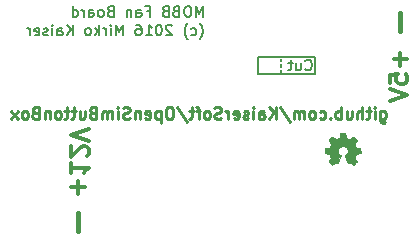
<source format=gbr>
G04 #@! TF.FileFunction,Legend,Bot*
%FSLAX46Y46*%
G04 Gerber Fmt 4.6, Leading zero omitted, Abs format (unit mm)*
G04 Created by KiCad (PCBNEW 4.0.4-stable) date 03/11/17 00:41:46*
%MOMM*%
%LPD*%
G01*
G04 APERTURE LIST*
%ADD10C,0.100000*%
%ADD11C,0.300000*%
%ADD12C,0.400000*%
%ADD13C,0.200000*%
%ADD14C,0.250000*%
%ADD15C,0.002540*%
G04 APERTURE END LIST*
D10*
D11*
X190642857Y-137917856D02*
X190642857Y-136774999D01*
X190071429Y-137346428D02*
X191214286Y-137346428D01*
X190071429Y-135274999D02*
X190071429Y-136132142D01*
X190071429Y-135703570D02*
X191571429Y-135703570D01*
X191357143Y-135846427D01*
X191214286Y-135989285D01*
X191142857Y-136132142D01*
X191428571Y-134703571D02*
X191500000Y-134632142D01*
X191571429Y-134489285D01*
X191571429Y-134132142D01*
X191500000Y-133989285D01*
X191428571Y-133917856D01*
X191285714Y-133846428D01*
X191142857Y-133846428D01*
X190928571Y-133917856D01*
X190071429Y-134774999D01*
X190071429Y-133846428D01*
X191571429Y-133417857D02*
X190071429Y-132917857D01*
X191571429Y-132417857D01*
D12*
X190667857Y-139513095D02*
X190667857Y-141036905D01*
X217942857Y-122588095D02*
X217942857Y-124111905D01*
D11*
X217957143Y-125946429D02*
X217957143Y-127089286D01*
X218528571Y-126517857D02*
X217385714Y-126517857D01*
X217028571Y-128517858D02*
X217028571Y-127803572D01*
X217742857Y-127732143D01*
X217671429Y-127803572D01*
X217600000Y-127946429D01*
X217600000Y-128303572D01*
X217671429Y-128446429D01*
X217742857Y-128517858D01*
X217885714Y-128589286D01*
X218242857Y-128589286D01*
X218385714Y-128517858D01*
X218457143Y-128446429D01*
X218528571Y-128303572D01*
X218528571Y-127946429D01*
X218457143Y-127803572D01*
X218385714Y-127732143D01*
X217028571Y-129017857D02*
X218528571Y-129517857D01*
X217028571Y-130017857D01*
D13*
X210700000Y-127725000D02*
X205900000Y-127725000D01*
X205900000Y-126300000D02*
X205900000Y-127725000D01*
X210700000Y-126300000D02*
X205900000Y-126300000D01*
X210700000Y-127725000D02*
X210700000Y-126300000D01*
X207850000Y-126650000D02*
X207850000Y-126450000D01*
X207850000Y-127125000D02*
X207850000Y-126925000D01*
X207850000Y-127575000D02*
X207850000Y-127375000D01*
X209885715Y-127346429D02*
X209928572Y-127389286D01*
X210057143Y-127432143D01*
X210142857Y-127432143D01*
X210271429Y-127389286D01*
X210357143Y-127303571D01*
X210400000Y-127217857D01*
X210442857Y-127046429D01*
X210442857Y-126917857D01*
X210400000Y-126746429D01*
X210357143Y-126660714D01*
X210271429Y-126575000D01*
X210142857Y-126532143D01*
X210057143Y-126532143D01*
X209928572Y-126575000D01*
X209885715Y-126617857D01*
X209114286Y-126832143D02*
X209114286Y-127432143D01*
X209500000Y-126832143D02*
X209500000Y-127303571D01*
X209457143Y-127389286D01*
X209371429Y-127432143D01*
X209242857Y-127432143D01*
X209157143Y-127389286D01*
X209114286Y-127346429D01*
X208814286Y-126832143D02*
X208471429Y-126832143D01*
X208685714Y-126532143D02*
X208685714Y-127303571D01*
X208642857Y-127389286D01*
X208557143Y-127432143D01*
X208471429Y-127432143D01*
D14*
X216257143Y-130885714D02*
X216257143Y-131695238D01*
X216304762Y-131790476D01*
X216352381Y-131838095D01*
X216447620Y-131885714D01*
X216590477Y-131885714D01*
X216685715Y-131838095D01*
X216257143Y-131504762D02*
X216352381Y-131552381D01*
X216542858Y-131552381D01*
X216638096Y-131504762D01*
X216685715Y-131457143D01*
X216733334Y-131361905D01*
X216733334Y-131076190D01*
X216685715Y-130980952D01*
X216638096Y-130933333D01*
X216542858Y-130885714D01*
X216352381Y-130885714D01*
X216257143Y-130933333D01*
X215780953Y-131552381D02*
X215780953Y-130885714D01*
X215780953Y-130552381D02*
X215828572Y-130600000D01*
X215780953Y-130647619D01*
X215733334Y-130600000D01*
X215780953Y-130552381D01*
X215780953Y-130647619D01*
X215447620Y-130885714D02*
X215066668Y-130885714D01*
X215304763Y-130552381D02*
X215304763Y-131409524D01*
X215257144Y-131504762D01*
X215161906Y-131552381D01*
X215066668Y-131552381D01*
X214733334Y-131552381D02*
X214733334Y-130552381D01*
X214304762Y-131552381D02*
X214304762Y-131028571D01*
X214352381Y-130933333D01*
X214447619Y-130885714D01*
X214590477Y-130885714D01*
X214685715Y-130933333D01*
X214733334Y-130980952D01*
X213400000Y-130885714D02*
X213400000Y-131552381D01*
X213828572Y-130885714D02*
X213828572Y-131409524D01*
X213780953Y-131504762D01*
X213685715Y-131552381D01*
X213542857Y-131552381D01*
X213447619Y-131504762D01*
X213400000Y-131457143D01*
X212923810Y-131552381D02*
X212923810Y-130552381D01*
X212923810Y-130933333D02*
X212828572Y-130885714D01*
X212638095Y-130885714D01*
X212542857Y-130933333D01*
X212495238Y-130980952D01*
X212447619Y-131076190D01*
X212447619Y-131361905D01*
X212495238Y-131457143D01*
X212542857Y-131504762D01*
X212638095Y-131552381D01*
X212828572Y-131552381D01*
X212923810Y-131504762D01*
X212019048Y-131457143D02*
X211971429Y-131504762D01*
X212019048Y-131552381D01*
X212066667Y-131504762D01*
X212019048Y-131457143D01*
X212019048Y-131552381D01*
X211114286Y-131504762D02*
X211209524Y-131552381D01*
X211400001Y-131552381D01*
X211495239Y-131504762D01*
X211542858Y-131457143D01*
X211590477Y-131361905D01*
X211590477Y-131076190D01*
X211542858Y-130980952D01*
X211495239Y-130933333D01*
X211400001Y-130885714D01*
X211209524Y-130885714D01*
X211114286Y-130933333D01*
X210542858Y-131552381D02*
X210638096Y-131504762D01*
X210685715Y-131457143D01*
X210733334Y-131361905D01*
X210733334Y-131076190D01*
X210685715Y-130980952D01*
X210638096Y-130933333D01*
X210542858Y-130885714D01*
X210400000Y-130885714D01*
X210304762Y-130933333D01*
X210257143Y-130980952D01*
X210209524Y-131076190D01*
X210209524Y-131361905D01*
X210257143Y-131457143D01*
X210304762Y-131504762D01*
X210400000Y-131552381D01*
X210542858Y-131552381D01*
X209780953Y-131552381D02*
X209780953Y-130885714D01*
X209780953Y-130980952D02*
X209733334Y-130933333D01*
X209638096Y-130885714D01*
X209495238Y-130885714D01*
X209400000Y-130933333D01*
X209352381Y-131028571D01*
X209352381Y-131552381D01*
X209352381Y-131028571D02*
X209304762Y-130933333D01*
X209209524Y-130885714D01*
X209066667Y-130885714D01*
X208971429Y-130933333D01*
X208923810Y-131028571D01*
X208923810Y-131552381D01*
X207733334Y-130504762D02*
X208590477Y-131790476D01*
X207400001Y-131552381D02*
X207400001Y-130552381D01*
X206828572Y-131552381D02*
X207257144Y-130980952D01*
X206828572Y-130552381D02*
X207400001Y-131123810D01*
X205971429Y-131552381D02*
X205971429Y-131028571D01*
X206019048Y-130933333D01*
X206114286Y-130885714D01*
X206304763Y-130885714D01*
X206400001Y-130933333D01*
X205971429Y-131504762D02*
X206066667Y-131552381D01*
X206304763Y-131552381D01*
X206400001Y-131504762D01*
X206447620Y-131409524D01*
X206447620Y-131314286D01*
X206400001Y-131219048D01*
X206304763Y-131171429D01*
X206066667Y-131171429D01*
X205971429Y-131123810D01*
X205495239Y-131552381D02*
X205495239Y-130885714D01*
X205495239Y-130552381D02*
X205542858Y-130600000D01*
X205495239Y-130647619D01*
X205447620Y-130600000D01*
X205495239Y-130552381D01*
X205495239Y-130647619D01*
X205066668Y-131504762D02*
X204971430Y-131552381D01*
X204780954Y-131552381D01*
X204685715Y-131504762D01*
X204638096Y-131409524D01*
X204638096Y-131361905D01*
X204685715Y-131266667D01*
X204780954Y-131219048D01*
X204923811Y-131219048D01*
X205019049Y-131171429D01*
X205066668Y-131076190D01*
X205066668Y-131028571D01*
X205019049Y-130933333D01*
X204923811Y-130885714D01*
X204780954Y-130885714D01*
X204685715Y-130933333D01*
X203828572Y-131504762D02*
X203923810Y-131552381D01*
X204114287Y-131552381D01*
X204209525Y-131504762D01*
X204257144Y-131409524D01*
X204257144Y-131028571D01*
X204209525Y-130933333D01*
X204114287Y-130885714D01*
X203923810Y-130885714D01*
X203828572Y-130933333D01*
X203780953Y-131028571D01*
X203780953Y-131123810D01*
X204257144Y-131219048D01*
X203352382Y-131552381D02*
X203352382Y-130885714D01*
X203352382Y-131076190D02*
X203304763Y-130980952D01*
X203257144Y-130933333D01*
X203161906Y-130885714D01*
X203066667Y-130885714D01*
X202780953Y-131504762D02*
X202638096Y-131552381D01*
X202400000Y-131552381D01*
X202304762Y-131504762D01*
X202257143Y-131457143D01*
X202209524Y-131361905D01*
X202209524Y-131266667D01*
X202257143Y-131171429D01*
X202304762Y-131123810D01*
X202400000Y-131076190D01*
X202590477Y-131028571D01*
X202685715Y-130980952D01*
X202733334Y-130933333D01*
X202780953Y-130838095D01*
X202780953Y-130742857D01*
X202733334Y-130647619D01*
X202685715Y-130600000D01*
X202590477Y-130552381D01*
X202352381Y-130552381D01*
X202209524Y-130600000D01*
X201638096Y-131552381D02*
X201733334Y-131504762D01*
X201780953Y-131457143D01*
X201828572Y-131361905D01*
X201828572Y-131076190D01*
X201780953Y-130980952D01*
X201733334Y-130933333D01*
X201638096Y-130885714D01*
X201495238Y-130885714D01*
X201400000Y-130933333D01*
X201352381Y-130980952D01*
X201304762Y-131076190D01*
X201304762Y-131361905D01*
X201352381Y-131457143D01*
X201400000Y-131504762D01*
X201495238Y-131552381D01*
X201638096Y-131552381D01*
X201019048Y-130885714D02*
X200638096Y-130885714D01*
X200876191Y-131552381D02*
X200876191Y-130695238D01*
X200828572Y-130600000D01*
X200733334Y-130552381D01*
X200638096Y-130552381D01*
X200447619Y-130885714D02*
X200066667Y-130885714D01*
X200304762Y-130552381D02*
X200304762Y-131409524D01*
X200257143Y-131504762D01*
X200161905Y-131552381D01*
X200066667Y-131552381D01*
X199019047Y-130504762D02*
X199876190Y-131790476D01*
X198495238Y-130552381D02*
X198304761Y-130552381D01*
X198209523Y-130600000D01*
X198114285Y-130695238D01*
X198066666Y-130885714D01*
X198066666Y-131219048D01*
X198114285Y-131409524D01*
X198209523Y-131504762D01*
X198304761Y-131552381D01*
X198495238Y-131552381D01*
X198590476Y-131504762D01*
X198685714Y-131409524D01*
X198733333Y-131219048D01*
X198733333Y-130885714D01*
X198685714Y-130695238D01*
X198590476Y-130600000D01*
X198495238Y-130552381D01*
X197638095Y-130885714D02*
X197638095Y-131885714D01*
X197638095Y-130933333D02*
X197542857Y-130885714D01*
X197352380Y-130885714D01*
X197257142Y-130933333D01*
X197209523Y-130980952D01*
X197161904Y-131076190D01*
X197161904Y-131361905D01*
X197209523Y-131457143D01*
X197257142Y-131504762D01*
X197352380Y-131552381D01*
X197542857Y-131552381D01*
X197638095Y-131504762D01*
X196352380Y-131504762D02*
X196447618Y-131552381D01*
X196638095Y-131552381D01*
X196733333Y-131504762D01*
X196780952Y-131409524D01*
X196780952Y-131028571D01*
X196733333Y-130933333D01*
X196638095Y-130885714D01*
X196447618Y-130885714D01*
X196352380Y-130933333D01*
X196304761Y-131028571D01*
X196304761Y-131123810D01*
X196780952Y-131219048D01*
X195876190Y-130885714D02*
X195876190Y-131552381D01*
X195876190Y-130980952D02*
X195828571Y-130933333D01*
X195733333Y-130885714D01*
X195590475Y-130885714D01*
X195495237Y-130933333D01*
X195447618Y-131028571D01*
X195447618Y-131552381D01*
X195019047Y-131504762D02*
X194876190Y-131552381D01*
X194638094Y-131552381D01*
X194542856Y-131504762D01*
X194495237Y-131457143D01*
X194447618Y-131361905D01*
X194447618Y-131266667D01*
X194495237Y-131171429D01*
X194542856Y-131123810D01*
X194638094Y-131076190D01*
X194828571Y-131028571D01*
X194923809Y-130980952D01*
X194971428Y-130933333D01*
X195019047Y-130838095D01*
X195019047Y-130742857D01*
X194971428Y-130647619D01*
X194923809Y-130600000D01*
X194828571Y-130552381D01*
X194590475Y-130552381D01*
X194447618Y-130600000D01*
X194019047Y-131552381D02*
X194019047Y-130885714D01*
X194019047Y-130552381D02*
X194066666Y-130600000D01*
X194019047Y-130647619D01*
X193971428Y-130600000D01*
X194019047Y-130552381D01*
X194019047Y-130647619D01*
X193542857Y-131552381D02*
X193542857Y-130885714D01*
X193542857Y-130980952D02*
X193495238Y-130933333D01*
X193400000Y-130885714D01*
X193257142Y-130885714D01*
X193161904Y-130933333D01*
X193114285Y-131028571D01*
X193114285Y-131552381D01*
X193114285Y-131028571D02*
X193066666Y-130933333D01*
X192971428Y-130885714D01*
X192828571Y-130885714D01*
X192733333Y-130933333D01*
X192685714Y-131028571D01*
X192685714Y-131552381D01*
X191876190Y-131028571D02*
X191733333Y-131076190D01*
X191685714Y-131123810D01*
X191638095Y-131219048D01*
X191638095Y-131361905D01*
X191685714Y-131457143D01*
X191733333Y-131504762D01*
X191828571Y-131552381D01*
X192209524Y-131552381D01*
X192209524Y-130552381D01*
X191876190Y-130552381D01*
X191780952Y-130600000D01*
X191733333Y-130647619D01*
X191685714Y-130742857D01*
X191685714Y-130838095D01*
X191733333Y-130933333D01*
X191780952Y-130980952D01*
X191876190Y-131028571D01*
X192209524Y-131028571D01*
X190780952Y-130885714D02*
X190780952Y-131552381D01*
X191209524Y-130885714D02*
X191209524Y-131409524D01*
X191161905Y-131504762D01*
X191066667Y-131552381D01*
X190923809Y-131552381D01*
X190828571Y-131504762D01*
X190780952Y-131457143D01*
X190447619Y-130885714D02*
X190066667Y-130885714D01*
X190304762Y-130552381D02*
X190304762Y-131409524D01*
X190257143Y-131504762D01*
X190161905Y-131552381D01*
X190066667Y-131552381D01*
X189876190Y-130885714D02*
X189495238Y-130885714D01*
X189733333Y-130552381D02*
X189733333Y-131409524D01*
X189685714Y-131504762D01*
X189590476Y-131552381D01*
X189495238Y-131552381D01*
X189019047Y-131552381D02*
X189114285Y-131504762D01*
X189161904Y-131457143D01*
X189209523Y-131361905D01*
X189209523Y-131076190D01*
X189161904Y-130980952D01*
X189114285Y-130933333D01*
X189019047Y-130885714D01*
X188876189Y-130885714D01*
X188780951Y-130933333D01*
X188733332Y-130980952D01*
X188685713Y-131076190D01*
X188685713Y-131361905D01*
X188733332Y-131457143D01*
X188780951Y-131504762D01*
X188876189Y-131552381D01*
X189019047Y-131552381D01*
X188257142Y-130885714D02*
X188257142Y-131552381D01*
X188257142Y-130980952D02*
X188209523Y-130933333D01*
X188114285Y-130885714D01*
X187971427Y-130885714D01*
X187876189Y-130933333D01*
X187828570Y-131028571D01*
X187828570Y-131552381D01*
X187019046Y-131028571D02*
X186876189Y-131076190D01*
X186828570Y-131123810D01*
X186780951Y-131219048D01*
X186780951Y-131361905D01*
X186828570Y-131457143D01*
X186876189Y-131504762D01*
X186971427Y-131552381D01*
X187352380Y-131552381D01*
X187352380Y-130552381D01*
X187019046Y-130552381D01*
X186923808Y-130600000D01*
X186876189Y-130647619D01*
X186828570Y-130742857D01*
X186828570Y-130838095D01*
X186876189Y-130933333D01*
X186923808Y-130980952D01*
X187019046Y-131028571D01*
X187352380Y-131028571D01*
X186209523Y-131552381D02*
X186304761Y-131504762D01*
X186352380Y-131457143D01*
X186399999Y-131361905D01*
X186399999Y-131076190D01*
X186352380Y-130980952D01*
X186304761Y-130933333D01*
X186209523Y-130885714D01*
X186066665Y-130885714D01*
X185971427Y-130933333D01*
X185923808Y-130980952D01*
X185876189Y-131076190D01*
X185876189Y-131361905D01*
X185923808Y-131457143D01*
X185971427Y-131504762D01*
X186066665Y-131552381D01*
X186209523Y-131552381D01*
X185542856Y-131552381D02*
X185019046Y-130885714D01*
X185542856Y-130885714D02*
X185019046Y-131552381D01*
D13*
X201215714Y-122922143D02*
X201215714Y-122022143D01*
X200915714Y-122665000D01*
X200615714Y-122022143D01*
X200615714Y-122922143D01*
X200015715Y-122022143D02*
X199844286Y-122022143D01*
X199758572Y-122065000D01*
X199672858Y-122150714D01*
X199630000Y-122322143D01*
X199630000Y-122622143D01*
X199672858Y-122793571D01*
X199758572Y-122879286D01*
X199844286Y-122922143D01*
X200015715Y-122922143D01*
X200101429Y-122879286D01*
X200187143Y-122793571D01*
X200230000Y-122622143D01*
X200230000Y-122322143D01*
X200187143Y-122150714D01*
X200101429Y-122065000D01*
X200015715Y-122022143D01*
X198944286Y-122450714D02*
X198815715Y-122493571D01*
X198772858Y-122536429D01*
X198730001Y-122622143D01*
X198730001Y-122750714D01*
X198772858Y-122836429D01*
X198815715Y-122879286D01*
X198901429Y-122922143D01*
X199244286Y-122922143D01*
X199244286Y-122022143D01*
X198944286Y-122022143D01*
X198858572Y-122065000D01*
X198815715Y-122107857D01*
X198772858Y-122193571D01*
X198772858Y-122279286D01*
X198815715Y-122365000D01*
X198858572Y-122407857D01*
X198944286Y-122450714D01*
X199244286Y-122450714D01*
X198044286Y-122450714D02*
X197915715Y-122493571D01*
X197872858Y-122536429D01*
X197830001Y-122622143D01*
X197830001Y-122750714D01*
X197872858Y-122836429D01*
X197915715Y-122879286D01*
X198001429Y-122922143D01*
X198344286Y-122922143D01*
X198344286Y-122022143D01*
X198044286Y-122022143D01*
X197958572Y-122065000D01*
X197915715Y-122107857D01*
X197872858Y-122193571D01*
X197872858Y-122279286D01*
X197915715Y-122365000D01*
X197958572Y-122407857D01*
X198044286Y-122450714D01*
X198344286Y-122450714D01*
X196458572Y-122450714D02*
X196758572Y-122450714D01*
X196758572Y-122922143D02*
X196758572Y-122022143D01*
X196330001Y-122022143D01*
X195601429Y-122922143D02*
X195601429Y-122450714D01*
X195644286Y-122365000D01*
X195730000Y-122322143D01*
X195901429Y-122322143D01*
X195987143Y-122365000D01*
X195601429Y-122879286D02*
X195687143Y-122922143D01*
X195901429Y-122922143D01*
X195987143Y-122879286D01*
X196030000Y-122793571D01*
X196030000Y-122707857D01*
X195987143Y-122622143D01*
X195901429Y-122579286D01*
X195687143Y-122579286D01*
X195601429Y-122536429D01*
X195172857Y-122322143D02*
X195172857Y-122922143D01*
X195172857Y-122407857D02*
X195130000Y-122365000D01*
X195044286Y-122322143D01*
X194915714Y-122322143D01*
X194830000Y-122365000D01*
X194787143Y-122450714D01*
X194787143Y-122922143D01*
X193372857Y-122450714D02*
X193244286Y-122493571D01*
X193201429Y-122536429D01*
X193158572Y-122622143D01*
X193158572Y-122750714D01*
X193201429Y-122836429D01*
X193244286Y-122879286D01*
X193330000Y-122922143D01*
X193672857Y-122922143D01*
X193672857Y-122022143D01*
X193372857Y-122022143D01*
X193287143Y-122065000D01*
X193244286Y-122107857D01*
X193201429Y-122193571D01*
X193201429Y-122279286D01*
X193244286Y-122365000D01*
X193287143Y-122407857D01*
X193372857Y-122450714D01*
X193672857Y-122450714D01*
X192644286Y-122922143D02*
X192730000Y-122879286D01*
X192772857Y-122836429D01*
X192815714Y-122750714D01*
X192815714Y-122493571D01*
X192772857Y-122407857D01*
X192730000Y-122365000D01*
X192644286Y-122322143D01*
X192515714Y-122322143D01*
X192430000Y-122365000D01*
X192387143Y-122407857D01*
X192344286Y-122493571D01*
X192344286Y-122750714D01*
X192387143Y-122836429D01*
X192430000Y-122879286D01*
X192515714Y-122922143D01*
X192644286Y-122922143D01*
X191572857Y-122922143D02*
X191572857Y-122450714D01*
X191615714Y-122365000D01*
X191701428Y-122322143D01*
X191872857Y-122322143D01*
X191958571Y-122365000D01*
X191572857Y-122879286D02*
X191658571Y-122922143D01*
X191872857Y-122922143D01*
X191958571Y-122879286D01*
X192001428Y-122793571D01*
X192001428Y-122707857D01*
X191958571Y-122622143D01*
X191872857Y-122579286D01*
X191658571Y-122579286D01*
X191572857Y-122536429D01*
X191144285Y-122922143D02*
X191144285Y-122322143D01*
X191144285Y-122493571D02*
X191101428Y-122407857D01*
X191058571Y-122365000D01*
X190972857Y-122322143D01*
X190887142Y-122322143D01*
X190201428Y-122922143D02*
X190201428Y-122022143D01*
X190201428Y-122879286D02*
X190287142Y-122922143D01*
X190458571Y-122922143D01*
X190544285Y-122879286D01*
X190587142Y-122836429D01*
X190629999Y-122750714D01*
X190629999Y-122493571D01*
X190587142Y-122407857D01*
X190544285Y-122365000D01*
X190458571Y-122322143D01*
X190287142Y-122322143D01*
X190201428Y-122365000D01*
X200958571Y-124815000D02*
X201001429Y-124772143D01*
X201087143Y-124643571D01*
X201130000Y-124557857D01*
X201172857Y-124429286D01*
X201215714Y-124215000D01*
X201215714Y-124043571D01*
X201172857Y-123829286D01*
X201130000Y-123700714D01*
X201087143Y-123615000D01*
X201001429Y-123486429D01*
X200958571Y-123443571D01*
X200230000Y-124429286D02*
X200315714Y-124472143D01*
X200487143Y-124472143D01*
X200572857Y-124429286D01*
X200615714Y-124386429D01*
X200658571Y-124300714D01*
X200658571Y-124043571D01*
X200615714Y-123957857D01*
X200572857Y-123915000D01*
X200487143Y-123872143D01*
X200315714Y-123872143D01*
X200230000Y-123915000D01*
X199930000Y-124815000D02*
X199887142Y-124772143D01*
X199801428Y-124643571D01*
X199758571Y-124557857D01*
X199715714Y-124429286D01*
X199672857Y-124215000D01*
X199672857Y-124043571D01*
X199715714Y-123829286D01*
X199758571Y-123700714D01*
X199801428Y-123615000D01*
X199887142Y-123486429D01*
X199930000Y-123443571D01*
X198601428Y-123657857D02*
X198558571Y-123615000D01*
X198472857Y-123572143D01*
X198258571Y-123572143D01*
X198172857Y-123615000D01*
X198130000Y-123657857D01*
X198087143Y-123743571D01*
X198087143Y-123829286D01*
X198130000Y-123957857D01*
X198644286Y-124472143D01*
X198087143Y-124472143D01*
X197530000Y-123572143D02*
X197444285Y-123572143D01*
X197358571Y-123615000D01*
X197315714Y-123657857D01*
X197272857Y-123743571D01*
X197230000Y-123915000D01*
X197230000Y-124129286D01*
X197272857Y-124300714D01*
X197315714Y-124386429D01*
X197358571Y-124429286D01*
X197444285Y-124472143D01*
X197530000Y-124472143D01*
X197615714Y-124429286D01*
X197658571Y-124386429D01*
X197701428Y-124300714D01*
X197744285Y-124129286D01*
X197744285Y-123915000D01*
X197701428Y-123743571D01*
X197658571Y-123657857D01*
X197615714Y-123615000D01*
X197530000Y-123572143D01*
X196372857Y-124472143D02*
X196887142Y-124472143D01*
X196630000Y-124472143D02*
X196630000Y-123572143D01*
X196715714Y-123700714D01*
X196801428Y-123786429D01*
X196887142Y-123829286D01*
X195601428Y-123572143D02*
X195772857Y-123572143D01*
X195858571Y-123615000D01*
X195901428Y-123657857D01*
X195987142Y-123786429D01*
X196029999Y-123957857D01*
X196029999Y-124300714D01*
X195987142Y-124386429D01*
X195944285Y-124429286D01*
X195858571Y-124472143D01*
X195687142Y-124472143D01*
X195601428Y-124429286D01*
X195558571Y-124386429D01*
X195515714Y-124300714D01*
X195515714Y-124086429D01*
X195558571Y-124000714D01*
X195601428Y-123957857D01*
X195687142Y-123915000D01*
X195858571Y-123915000D01*
X195944285Y-123957857D01*
X195987142Y-124000714D01*
X196029999Y-124086429D01*
X194444285Y-124472143D02*
X194444285Y-123572143D01*
X194144285Y-124215000D01*
X193844285Y-123572143D01*
X193844285Y-124472143D01*
X193415714Y-124472143D02*
X193415714Y-123872143D01*
X193415714Y-123572143D02*
X193458571Y-123615000D01*
X193415714Y-123657857D01*
X193372857Y-123615000D01*
X193415714Y-123572143D01*
X193415714Y-123657857D01*
X192987143Y-124472143D02*
X192987143Y-123872143D01*
X192987143Y-124043571D02*
X192944286Y-123957857D01*
X192901429Y-123915000D01*
X192815715Y-123872143D01*
X192730000Y-123872143D01*
X192430000Y-124472143D02*
X192430000Y-123572143D01*
X192344286Y-124129286D02*
X192087143Y-124472143D01*
X192087143Y-123872143D02*
X192430000Y-124215000D01*
X191572858Y-124472143D02*
X191658572Y-124429286D01*
X191701429Y-124386429D01*
X191744286Y-124300714D01*
X191744286Y-124043571D01*
X191701429Y-123957857D01*
X191658572Y-123915000D01*
X191572858Y-123872143D01*
X191444286Y-123872143D01*
X191358572Y-123915000D01*
X191315715Y-123957857D01*
X191272858Y-124043571D01*
X191272858Y-124300714D01*
X191315715Y-124386429D01*
X191358572Y-124429286D01*
X191444286Y-124472143D01*
X191572858Y-124472143D01*
X190201429Y-124472143D02*
X190201429Y-123572143D01*
X189687144Y-124472143D02*
X190072858Y-123957857D01*
X189687144Y-123572143D02*
X190201429Y-124086429D01*
X188915715Y-124472143D02*
X188915715Y-124000714D01*
X188958572Y-123915000D01*
X189044286Y-123872143D01*
X189215715Y-123872143D01*
X189301429Y-123915000D01*
X188915715Y-124429286D02*
X189001429Y-124472143D01*
X189215715Y-124472143D01*
X189301429Y-124429286D01*
X189344286Y-124343571D01*
X189344286Y-124257857D01*
X189301429Y-124172143D01*
X189215715Y-124129286D01*
X189001429Y-124129286D01*
X188915715Y-124086429D01*
X188487143Y-124472143D02*
X188487143Y-123872143D01*
X188487143Y-123572143D02*
X188530000Y-123615000D01*
X188487143Y-123657857D01*
X188444286Y-123615000D01*
X188487143Y-123572143D01*
X188487143Y-123657857D01*
X188101429Y-124429286D02*
X188015715Y-124472143D01*
X187844287Y-124472143D01*
X187758572Y-124429286D01*
X187715715Y-124343571D01*
X187715715Y-124300714D01*
X187758572Y-124215000D01*
X187844287Y-124172143D01*
X187972858Y-124172143D01*
X188058572Y-124129286D01*
X188101429Y-124043571D01*
X188101429Y-124000714D01*
X188058572Y-123915000D01*
X187972858Y-123872143D01*
X187844287Y-123872143D01*
X187758572Y-123915000D01*
X186987144Y-124429286D02*
X187072858Y-124472143D01*
X187244287Y-124472143D01*
X187330001Y-124429286D01*
X187372858Y-124343571D01*
X187372858Y-124000714D01*
X187330001Y-123915000D01*
X187244287Y-123872143D01*
X187072858Y-123872143D01*
X186987144Y-123915000D01*
X186944287Y-124000714D01*
X186944287Y-124086429D01*
X187372858Y-124172143D01*
X186558572Y-124472143D02*
X186558572Y-123872143D01*
X186558572Y-124043571D02*
X186515715Y-123957857D01*
X186472858Y-123915000D01*
X186387144Y-123872143D01*
X186301429Y-123872143D01*
D15*
G36*
X213984320Y-135446200D02*
X213966540Y-135438580D01*
X213933520Y-135415720D01*
X213882720Y-135382700D01*
X213824300Y-135344600D01*
X213763340Y-135303960D01*
X213715080Y-135270940D01*
X213679520Y-135248080D01*
X213666820Y-135240460D01*
X213659200Y-135243000D01*
X213631260Y-135258240D01*
X213590620Y-135278560D01*
X213565220Y-135291260D01*
X213527120Y-135306500D01*
X213509340Y-135311580D01*
X213506800Y-135306500D01*
X213491560Y-135276020D01*
X213471240Y-135227760D01*
X213443300Y-135161720D01*
X213410280Y-135085520D01*
X213374720Y-135004240D01*
X213341700Y-134920420D01*
X213308680Y-134841680D01*
X213278200Y-134768020D01*
X213255340Y-134709600D01*
X213240100Y-134668960D01*
X213232480Y-134651180D01*
X213235020Y-134648640D01*
X213252800Y-134630860D01*
X213285820Y-134605460D01*
X213356940Y-134547040D01*
X213428060Y-134460680D01*
X213471240Y-134361620D01*
X213483940Y-134249860D01*
X213473780Y-134148260D01*
X213433140Y-134051740D01*
X213364560Y-133962840D01*
X213280740Y-133896800D01*
X213184220Y-133856160D01*
X213075000Y-133843460D01*
X212970860Y-133853620D01*
X212871800Y-133894260D01*
X212782900Y-133960300D01*
X212744800Y-134003480D01*
X212694000Y-134094920D01*
X212663520Y-134188900D01*
X212660980Y-134211760D01*
X212666060Y-134318440D01*
X212696540Y-134420040D01*
X212752420Y-134508940D01*
X212828620Y-134582600D01*
X212838780Y-134590220D01*
X212874340Y-134618160D01*
X212899740Y-134635940D01*
X212917520Y-134651180D01*
X212782900Y-134973760D01*
X212762580Y-135024560D01*
X212724480Y-135113460D01*
X212694000Y-135189660D01*
X212666060Y-135250620D01*
X212648280Y-135291260D01*
X212640660Y-135306500D01*
X212640660Y-135306500D01*
X212627960Y-135309040D01*
X212605100Y-135301420D01*
X212559380Y-135278560D01*
X212528900Y-135263320D01*
X212495880Y-135248080D01*
X212480640Y-135240460D01*
X212465400Y-135248080D01*
X212432380Y-135268400D01*
X212386660Y-135301420D01*
X212328240Y-135339520D01*
X212272360Y-135377620D01*
X212221560Y-135410640D01*
X212186000Y-135436040D01*
X212168220Y-135443660D01*
X212165680Y-135443660D01*
X212147900Y-135436040D01*
X212119960Y-135410640D01*
X212076780Y-135370000D01*
X212013280Y-135309040D01*
X212003120Y-135298880D01*
X211952320Y-135248080D01*
X211911680Y-135202360D01*
X211883740Y-135171880D01*
X211873580Y-135159180D01*
X211873580Y-135159180D01*
X211883740Y-135141400D01*
X211906600Y-135103300D01*
X211939620Y-135052500D01*
X211980260Y-134991540D01*
X212086940Y-134836600D01*
X212028520Y-134691820D01*
X212010740Y-134646100D01*
X211987880Y-134590220D01*
X211970100Y-134552120D01*
X211962480Y-134534340D01*
X211944700Y-134529260D01*
X211906600Y-134519100D01*
X211848180Y-134508940D01*
X211777060Y-134496240D01*
X211711020Y-134483540D01*
X211652600Y-134470840D01*
X211609420Y-134463220D01*
X211589100Y-134460680D01*
X211584020Y-134455600D01*
X211581480Y-134447980D01*
X211578940Y-134427660D01*
X211576400Y-134389560D01*
X211576400Y-134333680D01*
X211576400Y-134249860D01*
X211576400Y-134242240D01*
X211576400Y-134163500D01*
X211578940Y-134100000D01*
X211581480Y-134061900D01*
X211584020Y-134044120D01*
X211584020Y-134044120D01*
X211601800Y-134039040D01*
X211644980Y-134031420D01*
X211703400Y-134018720D01*
X211774520Y-134006020D01*
X211779600Y-134006020D01*
X211850720Y-133990780D01*
X211909140Y-133978080D01*
X211952320Y-133970460D01*
X211970100Y-133962840D01*
X211972640Y-133957760D01*
X211987880Y-133929820D01*
X212008200Y-133886640D01*
X212031060Y-133833300D01*
X212053920Y-133777420D01*
X212074240Y-133726620D01*
X212086940Y-133691060D01*
X212092020Y-133673280D01*
X212092020Y-133673280D01*
X212081860Y-133655500D01*
X212056460Y-133619940D01*
X212020900Y-133569140D01*
X211980260Y-133508180D01*
X211977720Y-133503100D01*
X211937080Y-133442140D01*
X211904060Y-133391340D01*
X211881200Y-133355780D01*
X211873580Y-133340540D01*
X211873580Y-133338000D01*
X211886280Y-133320220D01*
X211916760Y-133287200D01*
X211962480Y-133241480D01*
X212013280Y-133188140D01*
X212031060Y-133172900D01*
X212089480Y-133114480D01*
X212130120Y-133078920D01*
X212155520Y-133058600D01*
X212165680Y-133053520D01*
X212168220Y-133053520D01*
X212186000Y-133063680D01*
X212224100Y-133089080D01*
X212274900Y-133124640D01*
X212335860Y-133165280D01*
X212338400Y-133167820D01*
X212399360Y-133208460D01*
X212450160Y-133244020D01*
X212485720Y-133266880D01*
X212500960Y-133274500D01*
X212503500Y-133274500D01*
X212526360Y-133269420D01*
X212569540Y-133254180D01*
X212622880Y-133233860D01*
X212678760Y-133211000D01*
X212729560Y-133190680D01*
X212765120Y-133172900D01*
X212782900Y-133162740D01*
X212785440Y-133162740D01*
X212790520Y-133139880D01*
X212800680Y-133094160D01*
X212813380Y-133033200D01*
X212828620Y-132959540D01*
X212831160Y-132949380D01*
X212843860Y-132875720D01*
X212854020Y-132817300D01*
X212864180Y-132776660D01*
X212866720Y-132758880D01*
X212876880Y-132758880D01*
X212912440Y-132756340D01*
X212965780Y-132753800D01*
X213031820Y-132753800D01*
X213097860Y-132753800D01*
X213163900Y-132753800D01*
X213219780Y-132756340D01*
X213260420Y-132758880D01*
X213278200Y-132763960D01*
X213278200Y-132763960D01*
X213283280Y-132786820D01*
X213293440Y-132830000D01*
X213306140Y-132893500D01*
X213321380Y-132967160D01*
X213323920Y-132979860D01*
X213336620Y-133050980D01*
X213349320Y-133109400D01*
X213356940Y-133150040D01*
X213362020Y-133165280D01*
X213367100Y-133167820D01*
X213397580Y-133183060D01*
X213445840Y-133200840D01*
X213504260Y-133226240D01*
X213641420Y-133282120D01*
X213809060Y-133165280D01*
X213824300Y-133155120D01*
X213885260Y-133114480D01*
X213936060Y-133081460D01*
X213971620Y-133058600D01*
X213984320Y-133050980D01*
X213986860Y-133050980D01*
X214002100Y-133066220D01*
X214035120Y-133096700D01*
X214080840Y-133142420D01*
X214134180Y-133193220D01*
X214174820Y-133233860D01*
X214220540Y-133279580D01*
X214248480Y-133312600D01*
X214266260Y-133332920D01*
X214271340Y-133345620D01*
X214268800Y-133353240D01*
X214258640Y-133371020D01*
X214233240Y-133406580D01*
X214200220Y-133459920D01*
X214159580Y-133518340D01*
X214124020Y-133569140D01*
X214088460Y-133625020D01*
X214065600Y-133665660D01*
X214055440Y-133683440D01*
X214057980Y-133693600D01*
X214070680Y-133726620D01*
X214091000Y-133774880D01*
X214116400Y-133835840D01*
X214174820Y-133967920D01*
X214261180Y-133985700D01*
X214314520Y-133995860D01*
X214388180Y-134008560D01*
X214459300Y-134023800D01*
X214571060Y-134044120D01*
X214573600Y-134447980D01*
X214555820Y-134455600D01*
X214540580Y-134460680D01*
X214499940Y-134470840D01*
X214441520Y-134481000D01*
X214372940Y-134493700D01*
X214311980Y-134506400D01*
X214253560Y-134516560D01*
X214210380Y-134524180D01*
X214192600Y-134529260D01*
X214187520Y-134534340D01*
X214172280Y-134564820D01*
X214151960Y-134610540D01*
X214129100Y-134663880D01*
X214103700Y-134722300D01*
X214083380Y-134773100D01*
X214068140Y-134813740D01*
X214063060Y-134834060D01*
X214070680Y-134849300D01*
X214093540Y-134884860D01*
X214126560Y-134935660D01*
X214167200Y-134994080D01*
X214207840Y-135052500D01*
X214240860Y-135103300D01*
X214266260Y-135138860D01*
X214273880Y-135156640D01*
X214268800Y-135166800D01*
X214245940Y-135194740D01*
X214202760Y-135240460D01*
X214136720Y-135306500D01*
X214124020Y-135316660D01*
X214073220Y-135367460D01*
X214027500Y-135408100D01*
X213997020Y-135436040D01*
X213984320Y-135446200D01*
X213984320Y-135446200D01*
G37*
X213984320Y-135446200D02*
X213966540Y-135438580D01*
X213933520Y-135415720D01*
X213882720Y-135382700D01*
X213824300Y-135344600D01*
X213763340Y-135303960D01*
X213715080Y-135270940D01*
X213679520Y-135248080D01*
X213666820Y-135240460D01*
X213659200Y-135243000D01*
X213631260Y-135258240D01*
X213590620Y-135278560D01*
X213565220Y-135291260D01*
X213527120Y-135306500D01*
X213509340Y-135311580D01*
X213506800Y-135306500D01*
X213491560Y-135276020D01*
X213471240Y-135227760D01*
X213443300Y-135161720D01*
X213410280Y-135085520D01*
X213374720Y-135004240D01*
X213341700Y-134920420D01*
X213308680Y-134841680D01*
X213278200Y-134768020D01*
X213255340Y-134709600D01*
X213240100Y-134668960D01*
X213232480Y-134651180D01*
X213235020Y-134648640D01*
X213252800Y-134630860D01*
X213285820Y-134605460D01*
X213356940Y-134547040D01*
X213428060Y-134460680D01*
X213471240Y-134361620D01*
X213483940Y-134249860D01*
X213473780Y-134148260D01*
X213433140Y-134051740D01*
X213364560Y-133962840D01*
X213280740Y-133896800D01*
X213184220Y-133856160D01*
X213075000Y-133843460D01*
X212970860Y-133853620D01*
X212871800Y-133894260D01*
X212782900Y-133960300D01*
X212744800Y-134003480D01*
X212694000Y-134094920D01*
X212663520Y-134188900D01*
X212660980Y-134211760D01*
X212666060Y-134318440D01*
X212696540Y-134420040D01*
X212752420Y-134508940D01*
X212828620Y-134582600D01*
X212838780Y-134590220D01*
X212874340Y-134618160D01*
X212899740Y-134635940D01*
X212917520Y-134651180D01*
X212782900Y-134973760D01*
X212762580Y-135024560D01*
X212724480Y-135113460D01*
X212694000Y-135189660D01*
X212666060Y-135250620D01*
X212648280Y-135291260D01*
X212640660Y-135306500D01*
X212640660Y-135306500D01*
X212627960Y-135309040D01*
X212605100Y-135301420D01*
X212559380Y-135278560D01*
X212528900Y-135263320D01*
X212495880Y-135248080D01*
X212480640Y-135240460D01*
X212465400Y-135248080D01*
X212432380Y-135268400D01*
X212386660Y-135301420D01*
X212328240Y-135339520D01*
X212272360Y-135377620D01*
X212221560Y-135410640D01*
X212186000Y-135436040D01*
X212168220Y-135443660D01*
X212165680Y-135443660D01*
X212147900Y-135436040D01*
X212119960Y-135410640D01*
X212076780Y-135370000D01*
X212013280Y-135309040D01*
X212003120Y-135298880D01*
X211952320Y-135248080D01*
X211911680Y-135202360D01*
X211883740Y-135171880D01*
X211873580Y-135159180D01*
X211873580Y-135159180D01*
X211883740Y-135141400D01*
X211906600Y-135103300D01*
X211939620Y-135052500D01*
X211980260Y-134991540D01*
X212086940Y-134836600D01*
X212028520Y-134691820D01*
X212010740Y-134646100D01*
X211987880Y-134590220D01*
X211970100Y-134552120D01*
X211962480Y-134534340D01*
X211944700Y-134529260D01*
X211906600Y-134519100D01*
X211848180Y-134508940D01*
X211777060Y-134496240D01*
X211711020Y-134483540D01*
X211652600Y-134470840D01*
X211609420Y-134463220D01*
X211589100Y-134460680D01*
X211584020Y-134455600D01*
X211581480Y-134447980D01*
X211578940Y-134427660D01*
X211576400Y-134389560D01*
X211576400Y-134333680D01*
X211576400Y-134249860D01*
X211576400Y-134242240D01*
X211576400Y-134163500D01*
X211578940Y-134100000D01*
X211581480Y-134061900D01*
X211584020Y-134044120D01*
X211584020Y-134044120D01*
X211601800Y-134039040D01*
X211644980Y-134031420D01*
X211703400Y-134018720D01*
X211774520Y-134006020D01*
X211779600Y-134006020D01*
X211850720Y-133990780D01*
X211909140Y-133978080D01*
X211952320Y-133970460D01*
X211970100Y-133962840D01*
X211972640Y-133957760D01*
X211987880Y-133929820D01*
X212008200Y-133886640D01*
X212031060Y-133833300D01*
X212053920Y-133777420D01*
X212074240Y-133726620D01*
X212086940Y-133691060D01*
X212092020Y-133673280D01*
X212092020Y-133673280D01*
X212081860Y-133655500D01*
X212056460Y-133619940D01*
X212020900Y-133569140D01*
X211980260Y-133508180D01*
X211977720Y-133503100D01*
X211937080Y-133442140D01*
X211904060Y-133391340D01*
X211881200Y-133355780D01*
X211873580Y-133340540D01*
X211873580Y-133338000D01*
X211886280Y-133320220D01*
X211916760Y-133287200D01*
X211962480Y-133241480D01*
X212013280Y-133188140D01*
X212031060Y-133172900D01*
X212089480Y-133114480D01*
X212130120Y-133078920D01*
X212155520Y-133058600D01*
X212165680Y-133053520D01*
X212168220Y-133053520D01*
X212186000Y-133063680D01*
X212224100Y-133089080D01*
X212274900Y-133124640D01*
X212335860Y-133165280D01*
X212338400Y-133167820D01*
X212399360Y-133208460D01*
X212450160Y-133244020D01*
X212485720Y-133266880D01*
X212500960Y-133274500D01*
X212503500Y-133274500D01*
X212526360Y-133269420D01*
X212569540Y-133254180D01*
X212622880Y-133233860D01*
X212678760Y-133211000D01*
X212729560Y-133190680D01*
X212765120Y-133172900D01*
X212782900Y-133162740D01*
X212785440Y-133162740D01*
X212790520Y-133139880D01*
X212800680Y-133094160D01*
X212813380Y-133033200D01*
X212828620Y-132959540D01*
X212831160Y-132949380D01*
X212843860Y-132875720D01*
X212854020Y-132817300D01*
X212864180Y-132776660D01*
X212866720Y-132758880D01*
X212876880Y-132758880D01*
X212912440Y-132756340D01*
X212965780Y-132753800D01*
X213031820Y-132753800D01*
X213097860Y-132753800D01*
X213163900Y-132753800D01*
X213219780Y-132756340D01*
X213260420Y-132758880D01*
X213278200Y-132763960D01*
X213278200Y-132763960D01*
X213283280Y-132786820D01*
X213293440Y-132830000D01*
X213306140Y-132893500D01*
X213321380Y-132967160D01*
X213323920Y-132979860D01*
X213336620Y-133050980D01*
X213349320Y-133109400D01*
X213356940Y-133150040D01*
X213362020Y-133165280D01*
X213367100Y-133167820D01*
X213397580Y-133183060D01*
X213445840Y-133200840D01*
X213504260Y-133226240D01*
X213641420Y-133282120D01*
X213809060Y-133165280D01*
X213824300Y-133155120D01*
X213885260Y-133114480D01*
X213936060Y-133081460D01*
X213971620Y-133058600D01*
X213984320Y-133050980D01*
X213986860Y-133050980D01*
X214002100Y-133066220D01*
X214035120Y-133096700D01*
X214080840Y-133142420D01*
X214134180Y-133193220D01*
X214174820Y-133233860D01*
X214220540Y-133279580D01*
X214248480Y-133312600D01*
X214266260Y-133332920D01*
X214271340Y-133345620D01*
X214268800Y-133353240D01*
X214258640Y-133371020D01*
X214233240Y-133406580D01*
X214200220Y-133459920D01*
X214159580Y-133518340D01*
X214124020Y-133569140D01*
X214088460Y-133625020D01*
X214065600Y-133665660D01*
X214055440Y-133683440D01*
X214057980Y-133693600D01*
X214070680Y-133726620D01*
X214091000Y-133774880D01*
X214116400Y-133835840D01*
X214174820Y-133967920D01*
X214261180Y-133985700D01*
X214314520Y-133995860D01*
X214388180Y-134008560D01*
X214459300Y-134023800D01*
X214571060Y-134044120D01*
X214573600Y-134447980D01*
X214555820Y-134455600D01*
X214540580Y-134460680D01*
X214499940Y-134470840D01*
X214441520Y-134481000D01*
X214372940Y-134493700D01*
X214311980Y-134506400D01*
X214253560Y-134516560D01*
X214210380Y-134524180D01*
X214192600Y-134529260D01*
X214187520Y-134534340D01*
X214172280Y-134564820D01*
X214151960Y-134610540D01*
X214129100Y-134663880D01*
X214103700Y-134722300D01*
X214083380Y-134773100D01*
X214068140Y-134813740D01*
X214063060Y-134834060D01*
X214070680Y-134849300D01*
X214093540Y-134884860D01*
X214126560Y-134935660D01*
X214167200Y-134994080D01*
X214207840Y-135052500D01*
X214240860Y-135103300D01*
X214266260Y-135138860D01*
X214273880Y-135156640D01*
X214268800Y-135166800D01*
X214245940Y-135194740D01*
X214202760Y-135240460D01*
X214136720Y-135306500D01*
X214124020Y-135316660D01*
X214073220Y-135367460D01*
X214027500Y-135408100D01*
X213997020Y-135436040D01*
X213984320Y-135446200D01*
M02*

</source>
